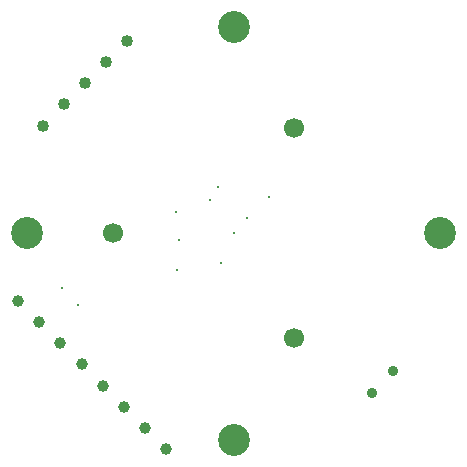
<source format=gbr>
%TF.GenerationSoftware,KiCad,Pcbnew,(6.0.8)*%
%TF.CreationDate,2022-10-29T05:30:06+02:00*%
%TF.ProjectId,view_base,76696577-5f62-4617-9365-2e6b69636164,rev?*%
%TF.SameCoordinates,Original*%
%TF.FileFunction,Plated,1,2,PTH,Drill*%
%TF.FilePolarity,Positive*%
%FSLAX46Y46*%
G04 Gerber Fmt 4.6, Leading zero omitted, Abs format (unit mm)*
G04 Created by KiCad (PCBNEW (6.0.8)) date 2022-10-29 05:30:06*
%MOMM*%
%LPD*%
G01*
G04 APERTURE LIST*
%TA.AperFunction,ViaDrill*%
%ADD10C,0.300000*%
%TD*%
%TA.AperFunction,ViaDrill*%
%ADD11C,0.330200*%
%TD*%
%TA.AperFunction,ComponentDrill*%
%ADD12C,0.900000*%
%TD*%
%TA.AperFunction,ComponentDrill*%
%ADD13C,1.000000*%
%TD*%
%TA.AperFunction,ComponentDrill*%
%ADD14C,1.016000*%
%TD*%
%TA.AperFunction,ComponentDrill*%
%ADD15C,1.700000*%
%TD*%
%TA.AperFunction,ComponentDrill*%
%ADD16C,2.700000*%
%TD*%
G04 APERTURE END LIST*
D10*
X85438165Y-104650253D03*
X86852379Y-106064467D03*
X98700000Y-96100000D03*
D11*
X95100000Y-98200000D03*
X95200000Y-103100000D03*
X95400000Y-100600000D03*
X98000000Y-97200000D03*
X98900000Y-102500000D03*
X100000000Y-100000000D03*
X101088059Y-98691400D03*
X103000000Y-96900000D03*
D12*
%TO.C,J9*%
X111701974Y-113498026D03*
X113498026Y-111701974D03*
D13*
%TO.C,J5*%
X81724427Y-105724427D03*
X83520478Y-107520478D03*
X85316529Y-109316529D03*
X87112581Y-111112581D03*
X88908632Y-112908632D03*
X90704683Y-114704683D03*
X92500734Y-116500734D03*
X94296786Y-118296786D03*
D14*
%TO.C,J7*%
X83807898Y-90892102D03*
X85603949Y-89096051D03*
X87400000Y-87300000D03*
X89196051Y-85503949D03*
X90992102Y-83707898D03*
D15*
%TO.C,H2*%
X89749146Y-100000000D03*
%TO.C,H3*%
X105125427Y-91122500D03*
%TO.C,H1*%
X105125427Y-108877499D03*
D16*
%TO.C,H7*%
X82500000Y-100000000D03*
%TO.C,H4*%
X100000000Y-82500000D03*
%TO.C,H5*%
X100000000Y-117500000D03*
%TO.C,H6*%
X117500000Y-100000000D03*
M02*

</source>
